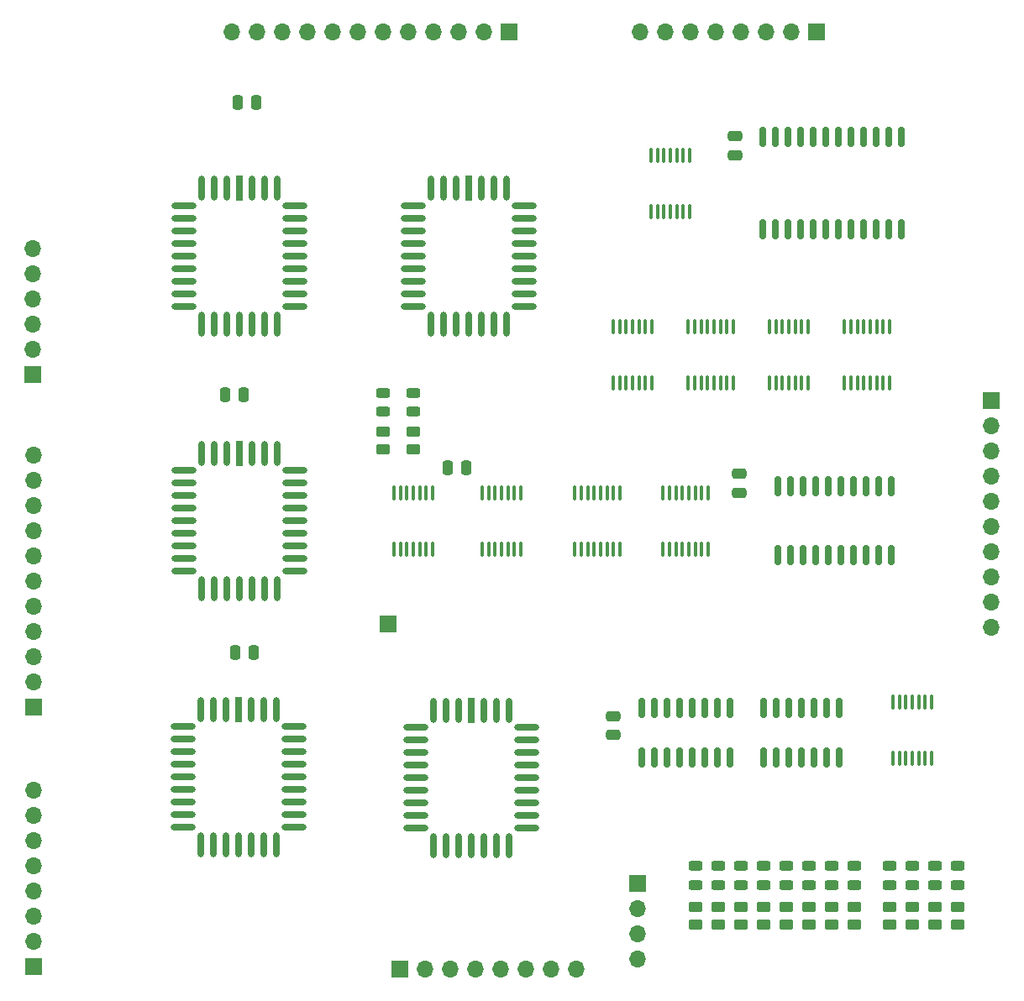
<source format=gbr>
%TF.GenerationSoftware,KiCad,Pcbnew,(6.0.0-0)*%
%TF.CreationDate,2022-02-14T22:32:37-05:00*%
%TF.ProjectId,control-unit,636f6e74-726f-46c2-9d75-6e69742e6b69,rev?*%
%TF.SameCoordinates,Original*%
%TF.FileFunction,Soldermask,Top*%
%TF.FilePolarity,Negative*%
%FSLAX46Y46*%
G04 Gerber Fmt 4.6, Leading zero omitted, Abs format (unit mm)*
G04 Created by KiCad (PCBNEW (6.0.0-0)) date 2022-02-14 22:32:37*
%MOMM*%
%LPD*%
G01*
G04 APERTURE LIST*
G04 Aperture macros list*
%AMRoundRect*
0 Rectangle with rounded corners*
0 $1 Rounding radius*
0 $2 $3 $4 $5 $6 $7 $8 $9 X,Y pos of 4 corners*
0 Add a 4 corners polygon primitive as box body*
4,1,4,$2,$3,$4,$5,$6,$7,$8,$9,$2,$3,0*
0 Add four circle primitives for the rounded corners*
1,1,$1+$1,$2,$3*
1,1,$1+$1,$4,$5*
1,1,$1+$1,$6,$7*
1,1,$1+$1,$8,$9*
0 Add four rect primitives between the rounded corners*
20,1,$1+$1,$2,$3,$4,$5,0*
20,1,$1+$1,$4,$5,$6,$7,0*
20,1,$1+$1,$6,$7,$8,$9,0*
20,1,$1+$1,$8,$9,$2,$3,0*%
G04 Aperture macros list end*
%ADD10RoundRect,0.150000X0.150000X-0.875000X0.150000X0.875000X-0.150000X0.875000X-0.150000X-0.875000X0*%
%ADD11R,1.700000X1.700000*%
%ADD12O,1.700000X1.700000*%
%ADD13RoundRect,0.243750X0.456250X-0.243750X0.456250X0.243750X-0.456250X0.243750X-0.456250X-0.243750X0*%
%ADD14R,0.644962X2.535553*%
%ADD15RoundRect,0.322481X0.000000X-0.945295X0.000000X-0.945295X0.000000X0.945295X0.000000X0.945295X0*%
%ADD16RoundRect,0.322481X-0.945295X0.000000X0.945295X0.000000X0.945295X0.000000X-0.945295X0.000000X0*%
%ADD17RoundRect,0.250000X0.250000X0.475000X-0.250000X0.475000X-0.250000X-0.475000X0.250000X-0.475000X0*%
%ADD18RoundRect,0.250000X-0.450000X0.262500X-0.450000X-0.262500X0.450000X-0.262500X0.450000X0.262500X0*%
%ADD19RoundRect,0.250000X-0.475000X0.250000X-0.475000X-0.250000X0.475000X-0.250000X0.475000X0.250000X0*%
%ADD20RoundRect,0.100000X0.100000X-0.637500X0.100000X0.637500X-0.100000X0.637500X-0.100000X-0.637500X0*%
%ADD21RoundRect,0.150000X0.150000X-0.825000X0.150000X0.825000X-0.150000X0.825000X-0.150000X-0.825000X0*%
%ADD22RoundRect,0.250000X-0.250000X-0.475000X0.250000X-0.475000X0.250000X0.475000X-0.250000X0.475000X0*%
%ADD23RoundRect,0.150000X0.150000X-0.837500X0.150000X0.837500X-0.150000X0.837500X-0.150000X-0.837500X0*%
G04 APERTURE END LIST*
D10*
%TO.C,U8*%
X157861000Y-77548000D03*
X159131000Y-77548000D03*
X160401000Y-77548000D03*
X161671000Y-77548000D03*
X162941000Y-77548000D03*
X164211000Y-77548000D03*
X165481000Y-77548000D03*
X166751000Y-77548000D03*
X168021000Y-77548000D03*
X169291000Y-77548000D03*
X170561000Y-77548000D03*
X171831000Y-77548000D03*
X171831000Y-68248000D03*
X170561000Y-68248000D03*
X169291000Y-68248000D03*
X168021000Y-68248000D03*
X166751000Y-68248000D03*
X165481000Y-68248000D03*
X164211000Y-68248000D03*
X162941000Y-68248000D03*
X161671000Y-68248000D03*
X160401000Y-68248000D03*
X159131000Y-68248000D03*
X157861000Y-68248000D03*
%TD*%
D11*
%TO.C,J9*%
X120142000Y-117348000D03*
%TD*%
%TO.C,J8*%
X145288000Y-143510000D03*
D12*
X145288000Y-146050000D03*
X145288000Y-148590000D03*
X145288000Y-151130000D03*
%TD*%
D11*
%TO.C,J1*%
X121356000Y-152077000D03*
D12*
X123896000Y-152077000D03*
X126436000Y-152077000D03*
X128976000Y-152077000D03*
X131516000Y-152077000D03*
X134056000Y-152077000D03*
X136596000Y-152077000D03*
X139136000Y-152077000D03*
%TD*%
D13*
%TO.C,D13*%
X119634000Y-95933500D03*
X119634000Y-94058500D03*
%TD*%
%TO.C,D4*%
X177498151Y-143607000D03*
X177498151Y-141732000D03*
%TD*%
D14*
%TO.C,U14*%
X105156000Y-73406000D03*
D15*
X103886000Y-73406000D03*
X102616000Y-73406000D03*
X101346000Y-73406000D03*
D16*
X99582448Y-75169552D03*
X99582448Y-76439552D03*
X99582448Y-77709552D03*
X99582448Y-78979552D03*
X99582448Y-80249552D03*
X99582448Y-81519552D03*
X99582448Y-82789552D03*
X99582448Y-84059552D03*
X99582448Y-85329552D03*
D15*
X101346000Y-87093105D03*
X102616000Y-87093105D03*
X103886000Y-87093105D03*
X105156000Y-87093105D03*
X106426000Y-87093105D03*
X107696000Y-87093105D03*
X108966000Y-87093105D03*
D16*
X110729553Y-85329552D03*
X110729553Y-84059552D03*
X110729553Y-82789552D03*
X110729553Y-81519552D03*
X110729553Y-80249552D03*
X110729553Y-78979552D03*
X110729553Y-77709552D03*
X110729553Y-76439552D03*
X110729553Y-75169552D03*
D15*
X108966000Y-73406000D03*
X107696000Y-73406000D03*
X106426000Y-73406000D03*
%TD*%
D17*
%TO.C,C5*%
X106868000Y-64770000D03*
X104968000Y-64770000D03*
%TD*%
D18*
%TO.C,R4*%
X177498151Y-145821000D03*
X177498151Y-147646000D03*
%TD*%
D19*
%TO.C,C7*%
X155546000Y-102192000D03*
X155546000Y-104092000D03*
%TD*%
D13*
%TO.C,D5*%
X151082151Y-143607000D03*
X151082151Y-141732000D03*
%TD*%
D20*
%TO.C,U5*%
X138949000Y-109796500D03*
X139599000Y-109796500D03*
X140249000Y-109796500D03*
X140899000Y-109796500D03*
X141549000Y-109796500D03*
X142199000Y-109796500D03*
X142849000Y-109796500D03*
X143499000Y-109796500D03*
X143499000Y-104071500D03*
X142849000Y-104071500D03*
X142199000Y-104071500D03*
X141549000Y-104071500D03*
X140899000Y-104071500D03*
X140249000Y-104071500D03*
X139599000Y-104071500D03*
X138949000Y-104071500D03*
%TD*%
D13*
%TO.C,D1*%
X170640151Y-143607000D03*
X170640151Y-141732000D03*
%TD*%
D18*
%TO.C,R8*%
X157940151Y-145821000D03*
X157940151Y-147646000D03*
%TD*%
%TO.C,R7*%
X155654151Y-145821000D03*
X155654151Y-147646000D03*
%TD*%
D20*
%TO.C,U13*%
X150379000Y-93032500D03*
X151029000Y-93032500D03*
X151679000Y-93032500D03*
X152329000Y-93032500D03*
X152979000Y-93032500D03*
X153629000Y-93032500D03*
X154279000Y-93032500D03*
X154929000Y-93032500D03*
X154929000Y-87307500D03*
X154279000Y-87307500D03*
X153629000Y-87307500D03*
X152979000Y-87307500D03*
X152329000Y-87307500D03*
X151679000Y-87307500D03*
X151029000Y-87307500D03*
X150379000Y-87307500D03*
%TD*%
D13*
%TO.C,D6*%
X153368151Y-143607000D03*
X153368151Y-141732000D03*
%TD*%
D14*
%TO.C,U6*%
X128270000Y-73406000D03*
D15*
X127000000Y-73406000D03*
X125730000Y-73406000D03*
X124460000Y-73406000D03*
D16*
X122696448Y-75169552D03*
X122696448Y-76439552D03*
X122696448Y-77709552D03*
X122696448Y-78979552D03*
X122696448Y-80249552D03*
X122696448Y-81519552D03*
X122696448Y-82789552D03*
X122696448Y-84059552D03*
X122696448Y-85329552D03*
D15*
X124460000Y-87093105D03*
X125730000Y-87093105D03*
X127000000Y-87093105D03*
X128270000Y-87093105D03*
X129540000Y-87093105D03*
X130810000Y-87093105D03*
X132080000Y-87093105D03*
D16*
X133843553Y-85329552D03*
X133843553Y-84059552D03*
X133843553Y-82789552D03*
X133843553Y-81519552D03*
X133843553Y-80249552D03*
X133843553Y-78979552D03*
X133843553Y-77709552D03*
X133843553Y-76439552D03*
X133843553Y-75169552D03*
D15*
X132080000Y-73406000D03*
X130810000Y-73406000D03*
X129540000Y-73406000D03*
%TD*%
D18*
%TO.C,R13*%
X119634000Y-97893500D03*
X119634000Y-99718500D03*
%TD*%
D13*
%TO.C,D9*%
X160226151Y-143607000D03*
X160226151Y-141732000D03*
%TD*%
D20*
%TO.C,U4*%
X171024000Y-130878500D03*
X171674000Y-130878500D03*
X172324000Y-130878500D03*
X172974000Y-130878500D03*
X173624000Y-130878500D03*
X174274000Y-130878500D03*
X174924000Y-130878500D03*
X174924000Y-125153500D03*
X174274000Y-125153500D03*
X173624000Y-125153500D03*
X172974000Y-125153500D03*
X172324000Y-125153500D03*
X171674000Y-125153500D03*
X171024000Y-125153500D03*
%TD*%
D13*
%TO.C,D2*%
X172926151Y-143607000D03*
X172926151Y-141732000D03*
%TD*%
%TO.C,D12*%
X167084151Y-143607000D03*
X167084151Y-141732000D03*
%TD*%
D18*
%TO.C,R14*%
X122674000Y-97893500D03*
X122674000Y-99718500D03*
%TD*%
D20*
%TO.C,U19*%
X129622000Y-109796500D03*
X130272000Y-109796500D03*
X130922000Y-109796500D03*
X131572000Y-109796500D03*
X132222000Y-109796500D03*
X132872000Y-109796500D03*
X133522000Y-109796500D03*
X133522000Y-104071500D03*
X132872000Y-104071500D03*
X132222000Y-104071500D03*
X131572000Y-104071500D03*
X130922000Y-104071500D03*
X130272000Y-104071500D03*
X129622000Y-104071500D03*
%TD*%
%TO.C,U17*%
X142830000Y-93032500D03*
X143480000Y-93032500D03*
X144130000Y-93032500D03*
X144780000Y-93032500D03*
X145430000Y-93032500D03*
X146080000Y-93032500D03*
X146730000Y-93032500D03*
X146730000Y-87307500D03*
X146080000Y-87307500D03*
X145430000Y-87307500D03*
X144780000Y-87307500D03*
X144130000Y-87307500D03*
X143480000Y-87307500D03*
X142830000Y-87307500D03*
%TD*%
D13*
%TO.C,D10*%
X162512151Y-143607000D03*
X162512151Y-141732000D03*
%TD*%
D20*
%TO.C,U16*%
X146640000Y-75760500D03*
X147290000Y-75760500D03*
X147940000Y-75760500D03*
X148590000Y-75760500D03*
X149240000Y-75760500D03*
X149890000Y-75760500D03*
X150540000Y-75760500D03*
X150540000Y-70035500D03*
X149890000Y-70035500D03*
X149240000Y-70035500D03*
X148590000Y-70035500D03*
X147940000Y-70035500D03*
X147290000Y-70035500D03*
X146640000Y-70035500D03*
%TD*%
D19*
%TO.C,C2*%
X142846000Y-126612000D03*
X142846000Y-128512000D03*
%TD*%
D21*
%TO.C,U2*%
X157988000Y-130745000D03*
X159258000Y-130745000D03*
X160528000Y-130745000D03*
X161798000Y-130745000D03*
X163068000Y-130745000D03*
X164338000Y-130745000D03*
X165608000Y-130745000D03*
X165608000Y-125795000D03*
X164338000Y-125795000D03*
X163068000Y-125795000D03*
X161798000Y-125795000D03*
X160528000Y-125795000D03*
X159258000Y-125795000D03*
X157988000Y-125795000D03*
%TD*%
D13*
%TO.C,D11*%
X164798151Y-143607000D03*
X164798151Y-141732000D03*
%TD*%
D21*
%TO.C,U1*%
X145669000Y-130745000D03*
X146939000Y-130745000D03*
X148209000Y-130745000D03*
X149479000Y-130745000D03*
X150749000Y-130745000D03*
X152019000Y-130745000D03*
X153289000Y-130745000D03*
X154559000Y-130745000D03*
X154559000Y-125795000D03*
X153289000Y-125795000D03*
X152019000Y-125795000D03*
X150749000Y-125795000D03*
X149479000Y-125795000D03*
X148209000Y-125795000D03*
X146939000Y-125795000D03*
X145669000Y-125795000D03*
%TD*%
D13*
%TO.C,D14*%
X122682000Y-95933500D03*
X122682000Y-94058500D03*
%TD*%
D14*
%TO.C,U12*%
X105156000Y-100090448D03*
D15*
X103886000Y-100090448D03*
X102616000Y-100090448D03*
X101346000Y-100090448D03*
D16*
X99582448Y-101854000D03*
X99582448Y-103124000D03*
X99582448Y-104394000D03*
X99582448Y-105664000D03*
X99582448Y-106934000D03*
X99582448Y-108204000D03*
X99582448Y-109474000D03*
X99582448Y-110744000D03*
X99582448Y-112014000D03*
D15*
X101346000Y-113777553D03*
X102616000Y-113777553D03*
X103886000Y-113777553D03*
X105156000Y-113777553D03*
X106426000Y-113777553D03*
X107696000Y-113777553D03*
X108966000Y-113777553D03*
D16*
X110729553Y-112014000D03*
X110729553Y-110744000D03*
X110729553Y-109474000D03*
X110729553Y-108204000D03*
X110729553Y-106934000D03*
X110729553Y-105664000D03*
X110729553Y-104394000D03*
X110729553Y-103124000D03*
X110729553Y-101854000D03*
D15*
X108966000Y-100090448D03*
X107696000Y-100090448D03*
X106426000Y-100090448D03*
%TD*%
D19*
%TO.C,C4*%
X155126000Y-68132000D03*
X155126000Y-70032000D03*
%TD*%
D18*
%TO.C,R11*%
X164798151Y-145821000D03*
X164798151Y-147646000D03*
%TD*%
D22*
%TO.C,C1*%
X103706000Y-94172000D03*
X105606000Y-94172000D03*
%TD*%
D18*
%TO.C,R9*%
X160226151Y-145821000D03*
X160226151Y-147646000D03*
%TD*%
%TO.C,R10*%
X162512151Y-145821000D03*
X162512151Y-147646000D03*
%TD*%
%TO.C,R3*%
X175212151Y-145821000D03*
X175212151Y-147646000D03*
%TD*%
D20*
%TO.C,U10*%
X120732000Y-109796500D03*
X121382000Y-109796500D03*
X122032000Y-109796500D03*
X122682000Y-109796500D03*
X123332000Y-109796500D03*
X123982000Y-109796500D03*
X124632000Y-109796500D03*
X124632000Y-104071500D03*
X123982000Y-104071500D03*
X123332000Y-104071500D03*
X122682000Y-104071500D03*
X122032000Y-104071500D03*
X121382000Y-104071500D03*
X120732000Y-104071500D03*
%TD*%
D14*
%TO.C,U15*%
X128524000Y-125998448D03*
D15*
X127254000Y-125998448D03*
X125984000Y-125998448D03*
X124714000Y-125998448D03*
D16*
X122950448Y-127762000D03*
X122950448Y-129032000D03*
X122950448Y-130302000D03*
X122950448Y-131572000D03*
X122950448Y-132842000D03*
X122950448Y-134112000D03*
X122950448Y-135382000D03*
X122950448Y-136652000D03*
X122950448Y-137922000D03*
D15*
X124714000Y-139685553D03*
X125984000Y-139685553D03*
X127254000Y-139685553D03*
X128524000Y-139685553D03*
X129794000Y-139685553D03*
X131064000Y-139685553D03*
X132334000Y-139685553D03*
D16*
X134097553Y-137922000D03*
X134097553Y-136652000D03*
X134097553Y-135382000D03*
X134097553Y-134112000D03*
X134097553Y-132842000D03*
X134097553Y-131572000D03*
X134097553Y-130302000D03*
X134097553Y-129032000D03*
X134097553Y-127762000D03*
D15*
X132334000Y-125998448D03*
X131064000Y-125998448D03*
X129794000Y-125998448D03*
%TD*%
D18*
%TO.C,R2*%
X172926151Y-145821000D03*
X172926151Y-147646000D03*
%TD*%
%TO.C,R12*%
X167084151Y-145821000D03*
X167084151Y-147646000D03*
%TD*%
D17*
%TO.C,C6*%
X106626000Y-120172000D03*
X104726000Y-120172000D03*
%TD*%
D18*
%TO.C,R6*%
X153368151Y-145821000D03*
X153368151Y-147646000D03*
%TD*%
D20*
%TO.C,U3*%
X147839000Y-109796500D03*
X148489000Y-109796500D03*
X149139000Y-109796500D03*
X149789000Y-109796500D03*
X150439000Y-109796500D03*
X151089000Y-109796500D03*
X151739000Y-109796500D03*
X152389000Y-109796500D03*
X152389000Y-104071500D03*
X151739000Y-104071500D03*
X151089000Y-104071500D03*
X150439000Y-104071500D03*
X149789000Y-104071500D03*
X149139000Y-104071500D03*
X148489000Y-104071500D03*
X147839000Y-104071500D03*
%TD*%
%TO.C,U9*%
X158578000Y-93032500D03*
X159228000Y-93032500D03*
X159878000Y-93032500D03*
X160528000Y-93032500D03*
X161178000Y-93032500D03*
X161828000Y-93032500D03*
X162478000Y-93032500D03*
X162478000Y-87307500D03*
X161828000Y-87307500D03*
X161178000Y-87307500D03*
X160528000Y-87307500D03*
X159878000Y-87307500D03*
X159228000Y-87307500D03*
X158578000Y-87307500D03*
%TD*%
D18*
%TO.C,R5*%
X151082151Y-145821000D03*
X151082151Y-147646000D03*
%TD*%
D17*
%TO.C,C3*%
X128026000Y-101602000D03*
X126126000Y-101602000D03*
%TD*%
D13*
%TO.C,D3*%
X175212151Y-143607000D03*
X175212151Y-141732000D03*
%TD*%
%TO.C,D8*%
X157940151Y-143607000D03*
X157940151Y-141732000D03*
%TD*%
D20*
%TO.C,U7*%
X166127000Y-93032500D03*
X166777000Y-93032500D03*
X167427000Y-93032500D03*
X168077000Y-93032500D03*
X168727000Y-93032500D03*
X169377000Y-93032500D03*
X170027000Y-93032500D03*
X170677000Y-93032500D03*
X170677000Y-87307500D03*
X170027000Y-87307500D03*
X169377000Y-87307500D03*
X168727000Y-87307500D03*
X168077000Y-87307500D03*
X167427000Y-87307500D03*
X166777000Y-87307500D03*
X166127000Y-87307500D03*
%TD*%
D14*
%TO.C,U11*%
X105087000Y-125918448D03*
D15*
X103817000Y-125918448D03*
X102547000Y-125918448D03*
X101277000Y-125918448D03*
D16*
X99513448Y-127682000D03*
X99513448Y-128952000D03*
X99513448Y-130222000D03*
X99513448Y-131492000D03*
X99513448Y-132762000D03*
X99513448Y-134032000D03*
X99513448Y-135302000D03*
X99513448Y-136572000D03*
X99513448Y-137842000D03*
D15*
X101277000Y-139605553D03*
X102547000Y-139605553D03*
X103817000Y-139605553D03*
X105087000Y-139605553D03*
X106357000Y-139605553D03*
X107627000Y-139605553D03*
X108897000Y-139605553D03*
D16*
X110660553Y-137842000D03*
X110660553Y-136572000D03*
X110660553Y-135302000D03*
X110660553Y-134032000D03*
X110660553Y-132762000D03*
X110660553Y-131492000D03*
X110660553Y-130222000D03*
X110660553Y-128952000D03*
X110660553Y-127682000D03*
D15*
X108897000Y-125918448D03*
X107627000Y-125918448D03*
X106357000Y-125918448D03*
%TD*%
D23*
%TO.C,U18*%
X159385000Y-110396500D03*
X160655000Y-110396500D03*
X161925000Y-110396500D03*
X163195000Y-110396500D03*
X164465000Y-110396500D03*
X165735000Y-110396500D03*
X167005000Y-110396500D03*
X168275000Y-110396500D03*
X169545000Y-110396500D03*
X170815000Y-110396500D03*
X170815000Y-103471500D03*
X169545000Y-103471500D03*
X168275000Y-103471500D03*
X167005000Y-103471500D03*
X165735000Y-103471500D03*
X164465000Y-103471500D03*
X163195000Y-103471500D03*
X161925000Y-103471500D03*
X160655000Y-103471500D03*
X159385000Y-103471500D03*
%TD*%
D18*
%TO.C,R1*%
X170640151Y-145821000D03*
X170640151Y-147646000D03*
%TD*%
D13*
%TO.C,D7*%
X155654151Y-143607000D03*
X155654151Y-141732000D03*
%TD*%
D11*
%TO.C,J3*%
X84446000Y-125675000D03*
D12*
X84446000Y-123135000D03*
X84446000Y-120595000D03*
X84446000Y-118055000D03*
X84446000Y-115515000D03*
X84446000Y-112975000D03*
X84446000Y-110435000D03*
X84446000Y-107895000D03*
X84446000Y-105355000D03*
X84446000Y-102815000D03*
X84446000Y-100275000D03*
%TD*%
D11*
%TO.C,J4*%
X180916000Y-94812000D03*
D12*
X180916000Y-97352000D03*
X180916000Y-99892000D03*
X180916000Y-102432000D03*
X180916000Y-104972000D03*
X180916000Y-107512000D03*
X180916000Y-110052000D03*
X180916000Y-112592000D03*
X180916000Y-115132000D03*
X180916000Y-117672000D03*
%TD*%
D11*
%TO.C,J5*%
X84328000Y-92167000D03*
D12*
X84328000Y-89627000D03*
X84328000Y-87087000D03*
X84328000Y-84547000D03*
X84328000Y-82007000D03*
X84328000Y-79467000D03*
%TD*%
D11*
%TO.C,J6*%
X132319000Y-57658000D03*
D12*
X129779000Y-57658000D03*
X127239000Y-57658000D03*
X124699000Y-57658000D03*
X122159000Y-57658000D03*
X119619000Y-57658000D03*
X117079000Y-57658000D03*
X114539000Y-57658000D03*
X111999000Y-57658000D03*
X109459000Y-57658000D03*
X106919000Y-57658000D03*
X104379000Y-57658000D03*
%TD*%
D11*
%TO.C,J7*%
X163316000Y-57642000D03*
D12*
X160776000Y-57642000D03*
X158236000Y-57642000D03*
X155696000Y-57642000D03*
X153156000Y-57642000D03*
X150616000Y-57642000D03*
X148076000Y-57642000D03*
X145536000Y-57642000D03*
%TD*%
D11*
%TO.C,J2*%
X84446000Y-151832000D03*
D12*
X84446000Y-149292000D03*
X84446000Y-146752000D03*
X84446000Y-144212000D03*
X84446000Y-141672000D03*
X84446000Y-139132000D03*
X84446000Y-136592000D03*
X84446000Y-134052000D03*
%TD*%
M02*

</source>
